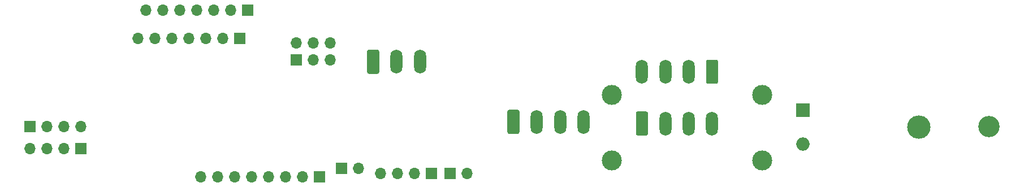
<source format=gbs>
G04 #@! TF.GenerationSoftware,KiCad,Pcbnew,(5.1.9-0-10_14)*
G04 #@! TF.CreationDate,2023-02-12T16:19:48-05:00*
G04 #@! TF.ProjectId,LiBCM-Daughterboard,4c694243-4d2d-4446-9175-676874657262,A*
G04 #@! TF.SameCoordinates,Original*
G04 #@! TF.FileFunction,Soldermask,Bot*
G04 #@! TF.FilePolarity,Negative*
%FSLAX46Y46*%
G04 Gerber Fmt 4.6, Leading zero omitted, Abs format (unit mm)*
G04 Created by KiCad (PCBNEW (5.1.9-0-10_14)) date 2023-02-12 16:19:48*
%MOMM*%
%LPD*%
G01*
G04 APERTURE LIST*
%ADD10C,3.000000*%
%ADD11O,1.700000X1.700000*%
%ADD12R,1.700000X1.700000*%
%ADD13O,1.800000X3.600000*%
%ADD14O,3.500000X3.500000*%
%ADD15R,2.000000X2.000000*%
%ADD16O,2.000000X2.000000*%
%ADD17C,3.200000*%
G04 APERTURE END LIST*
D10*
G04 #@! TO.C,F1*
X208500000Y-141000000D03*
X186000000Y-141000000D03*
G04 #@! TD*
G04 #@! TO.C,F2*
X186000000Y-150750000D03*
X208500000Y-150750000D03*
G04 #@! TD*
D11*
G04 #@! TO.C,J3*
X116250000Y-128250000D03*
X118790000Y-128250000D03*
X121330000Y-128250000D03*
X123870000Y-128250000D03*
X126410000Y-128250000D03*
X128950000Y-128250000D03*
D12*
X131490000Y-128250000D03*
G04 #@! TD*
G04 #@! TO.C,J4*
X130250000Y-132500000D03*
D11*
X127710000Y-132500000D03*
X125170000Y-132500000D03*
X122630000Y-132500000D03*
X120090000Y-132500000D03*
X117550000Y-132500000D03*
X115010000Y-132500000D03*
G04 #@! TD*
D12*
G04 #@! TO.C,J9*
X159000000Y-152750000D03*
D11*
X156460000Y-152750000D03*
X153920000Y-152750000D03*
X151380000Y-152750000D03*
G04 #@! TD*
G04 #@! TO.C,J1*
G36*
G01*
X149350000Y-137550000D02*
X149350000Y-134450000D01*
G75*
G02*
X149600000Y-134200000I250000J0D01*
G01*
X150900000Y-134200000D01*
G75*
G02*
X151150000Y-134450000I0J-250000D01*
G01*
X151150000Y-137550000D01*
G75*
G02*
X150900000Y-137800000I-250000J0D01*
G01*
X149600000Y-137800000D01*
G75*
G02*
X149350000Y-137550000I0J250000D01*
G01*
G37*
D13*
X153750000Y-136000000D03*
X157250000Y-136000000D03*
G04 #@! TD*
D12*
G04 #@! TO.C,J12*
X145500000Y-152000000D03*
D11*
X148040000Y-152000000D03*
G04 #@! TD*
D12*
G04 #@! TO.C,J5*
X138750000Y-135750000D03*
D11*
X138750000Y-133210000D03*
X141290000Y-135750000D03*
X141290000Y-133210000D03*
X143830000Y-135750000D03*
X143830000Y-133210000D03*
G04 #@! TD*
G04 #@! TO.C,J10*
G36*
G01*
X201900000Y-135950000D02*
X201900000Y-139050000D01*
G75*
G02*
X201650000Y-139300000I-250000J0D01*
G01*
X200350000Y-139300000D01*
G75*
G02*
X200100000Y-139050000I0J250000D01*
G01*
X200100000Y-135950000D01*
G75*
G02*
X200350000Y-135700000I250000J0D01*
G01*
X201650000Y-135700000D01*
G75*
G02*
X201900000Y-135950000I0J-250000D01*
G01*
G37*
D13*
X197500000Y-137500000D03*
X194000000Y-137500000D03*
X190500000Y-137500000D03*
G04 #@! TD*
G04 #@! TO.C,J11*
G36*
G01*
X170350000Y-146550000D02*
X170350000Y-143450000D01*
G75*
G02*
X170600000Y-143200000I250000J0D01*
G01*
X171900000Y-143200000D01*
G75*
G02*
X172150000Y-143450000I0J-250000D01*
G01*
X172150000Y-146550000D01*
G75*
G02*
X171900000Y-146800000I-250000J0D01*
G01*
X170600000Y-146800000D01*
G75*
G02*
X170350000Y-146550000I0J250000D01*
G01*
G37*
X174750000Y-145000000D03*
X178250000Y-145000000D03*
X181750000Y-145000000D03*
G04 #@! TD*
G04 #@! TO.C,J13*
X201000000Y-145250000D03*
X197500000Y-145250000D03*
X194000000Y-145250000D03*
G36*
G01*
X189600000Y-146800000D02*
X189600000Y-143700000D01*
G75*
G02*
X189850000Y-143450000I250000J0D01*
G01*
X191150000Y-143450000D01*
G75*
G02*
X191400000Y-143700000I0J-250000D01*
G01*
X191400000Y-146800000D01*
G75*
G02*
X191150000Y-147050000I-250000J0D01*
G01*
X189850000Y-147050000D01*
G75*
G02*
X189600000Y-146800000I0J250000D01*
G01*
G37*
G04 #@! TD*
D12*
G04 #@! TO.C,J8*
X161750000Y-152750000D03*
D11*
X164290000Y-152750000D03*
G04 #@! TD*
D12*
G04 #@! TO.C,J7*
X142250000Y-153250000D03*
D11*
X139710000Y-153250000D03*
X137170000Y-153250000D03*
X134630000Y-153250000D03*
X132090000Y-153250000D03*
X129550000Y-153250000D03*
X127010000Y-153250000D03*
X124470000Y-153250000D03*
G04 #@! TD*
D12*
G04 #@! TO.C,J6*
X98880000Y-145750000D03*
D11*
X101420000Y-145750000D03*
X103960000Y-145750000D03*
X106500000Y-145750000D03*
G04 #@! TD*
D14*
G04 #@! TO.C,D3*
X231980000Y-145760000D03*
D15*
X214570000Y-143220000D03*
D16*
X214570000Y-148300000D03*
G04 #@! TD*
D17*
G04 #@! TO.C,H1*
X242500000Y-145750000D03*
G04 #@! TD*
D12*
G04 #@! TO.C,J2*
X106500000Y-149000000D03*
D11*
X103960000Y-149000000D03*
X101420000Y-149000000D03*
X98880000Y-149000000D03*
G04 #@! TD*
M02*

</source>
